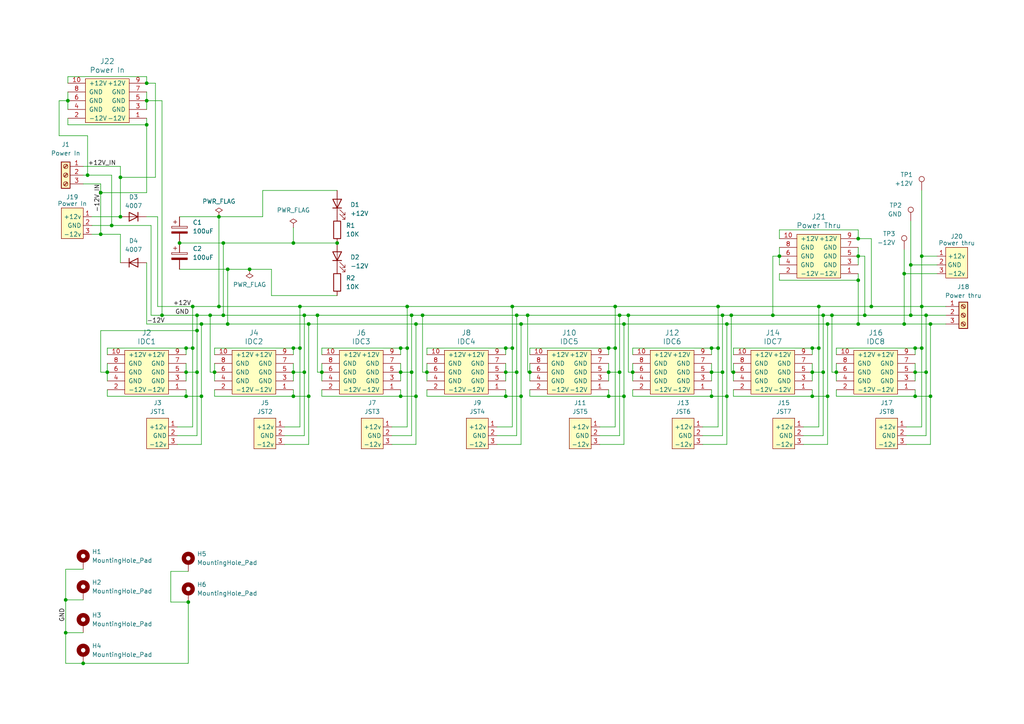
<source format=kicad_sch>
(kicad_sch (version 20230121) (generator eeschema)
  (paper "A4")
  (title_block (title "EuroBusboard8_IDC_JST") (date "2024-01-01") (rev "0.1") (company "DIYSynthMNL"))
  (lib_symbols
    (symbol "Connector:Screw_Terminal_01x03" (pin_names (offset 1.016) hide)
      (property "Reference" "J" (at 0 5.08 0))
      (property "Value" "Screw_Terminal_01x03" (at 0 -5.08 0))
      (symbol "Screw_Terminal_01x03_1_1"
        (pin passive line (at -5.08 2.54 0) (length 3.81) (name "Pin_1") (number "1"))
        (pin passive line (at -5.08 0 0) (length 3.81) (name "Pin_2") (number "2"))
        (pin passive line (at -5.08 -2.54 0) (length 3.81) (name "Pin_3") (number "3"))
      )
    )
    (symbol "Connector:TestPoint" (pin_numbers hide) (pin_names (offset 0.762) hide)
      (property "Reference" "TP" (at 0 6.858 0))
      (property "Value" "TestPoint" (at 0 5.08 0))
      (symbol "TestPoint_1_1"
        (pin passive line (at 0 0 90) (length 2.54) (name "1") (number "1"))
      )
    )
    (symbol "DIYSynthMNL:EURO_PWR_2x5" (pin_names (offset 1.016))
      (property "Reference" "J" (at 0 -7.62 0))
      (property "Value" "EURO_PWR_2x5" (at 0 7.62 0))
      (symbol "EURO_PWR_2x5_1_1"
        (pin power_in line (at 11.43 -5.08 180) (length 5.08) (name "-12V") (number "1"))
        (pin power_in line (at -11.43 5.08 0) (length 5.08) (name "+12V") (number "10"))
        (pin power_in line (at -11.43 -5.08 0) (length 5.08) (name "-12V") (number "2"))
        (pin power_in line (at 11.43 -2.54 180) (length 5.08) (name "GND") (number "3"))
        (pin power_in line (at -11.43 -2.54 0) (length 5.08) (name "GND") (number "4"))
        (pin power_in line (at 11.43 0 180) (length 5.08) (name "GND") (number "5"))
        (pin power_in line (at -11.43 0 0) (length 5.08) (name "GND") (number "6"))
        (pin power_in line (at 11.43 2.54 180) (length 5.08) (name "GND") (number "7"))
        (pin power_in line (at -11.43 2.54 0) (length 5.08) (name "GND") (number "8"))
        (pin power_in line (at 11.43 5.08 180) (length 5.08) (name "+12V") (number "9"))
      )
    )
    (symbol "DIYSynthMNL:JST_Eurorack_power_3P"
      (property "Reference" "J" (at -3.81 1.27 0))
      (property "Value" "EuroPower_JST_3P" (at -2.54 -10.16 0))
      (symbol "JST_Eurorack_power_3P_1_1"
        (pin power_in line (at 2.54 -2.54 180) (length 2.54) (name "+12v") (number "1"))
        (pin power_in line (at 2.54 -5.08 180) (length 2.54) (name "GND") (number "2"))
        (pin power_in line (at 2.54 -7.62 180) (length 2.54) (name "-12v") (number "3"))
      )
    )
    (symbol "Device:C_Polarized" (pin_numbers hide) (pin_names (offset 0.254))
      (property "Reference" "C" (at 0.635 2.54 0))
      (property "Value" "C_Polarized" (at 0.635 -2.54 0))
      (symbol "C_Polarized_1_1"
        (pin passive line (at 0 3.81 270) (length 2.794) (name "~") (number "1"))
        (pin passive line (at 0 -3.81 90) (length 2.794) (name "~") (number "2"))
      )
    )
    (symbol "Device:D" (pin_numbers hide) (pin_names (offset 1.016) hide)
      (property "Reference" "D" (at 0 2.54 0))
      (property "Value" "D" (at 0 -2.54 0))
      (symbol "D_1_1"
        (pin passive line (at -3.81 0 0) (length 2.54) (name "K") (number "1"))
        (pin passive line (at 3.81 0 180) (length 2.54) (name "A") (number "2"))
      )
    )
    (symbol "Device:LED" (pin_numbers hide) (pin_names (offset 1.016) hide)
      (property "Reference" "D" (at 0 2.54 0))
      (property "Value" "LED" (at 0 -2.54 0))
      (symbol "LED_1_1"
        (pin passive line (at -3.81 0 0) (length 2.54) (name "K") (number "1"))
        (pin passive line (at 3.81 0 180) (length 2.54) (name "A") (number "2"))
      )
    )
    (symbol "Device:R" (pin_numbers hide) (pin_names (offset 0))
      (property "Reference" "R" (at 2.032 0 90))
      (property "Value" "R" (at 0 0 90))
      (symbol "R_1_1"
        (pin passive line (at 0 3.81 270) (length 1.27) (name "~") (number "1"))
        (pin passive line (at 0 -3.81 90) (length 1.27) (name "~") (number "2"))
      )
    )
    (symbol "EURO_PWR_2x5_1" (pin_names (offset 1.016))
      (property "Reference" "J" (at 0 -7.62 0))
      (property "Value" "EURO_PWR_2x5" (at 0 7.62 0))
      (symbol "EURO_PWR_2x5_1_1_1"
        (pin power_in line (at 11.43 -5.08 180) (length 5.08) (name "-12V") (number "1"))
        (pin power_in line (at -11.43 5.08 0) (length 5.08) (name "+12V") (number "10"))
        (pin power_in line (at -11.43 -5.08 0) (length 5.08) (name "-12V") (number "2"))
        (pin power_in line (at 11.43 -2.54 180) (length 5.08) (name "GND") (number "3"))
        (pin power_in line (at -11.43 -2.54 0) (length 5.08) (name "GND") (number "4"))
        (pin power_in line (at 11.43 0 180) (length 5.08) (name "GND") (number "5"))
        (pin power_in line (at -11.43 0 0) (length 5.08) (name "GND") (number "6"))
        (pin power_in line (at 11.43 2.54 180) (length 5.08) (name "GND") (number "7"))
        (pin power_in line (at -11.43 2.54 0) (length 5.08) (name "GND") (number "8"))
        (pin power_in line (at 11.43 5.08 180) (length 5.08) (name "+12V") (number "9"))
      )
    )
    (symbol "EURO_PWR_2x5_2" (pin_names (offset 1.016))
      (property "Reference" "J" (at 0 -7.62 0))
      (property "Value" "EURO_PWR_2x5" (at 0 7.62 0))
      (symbol "EURO_PWR_2x5_2_1_1"
        (pin power_in line (at 11.43 -5.08 180) (length 5.08) (name "-12V") (number "1"))
        (pin power_in line (at -11.43 5.08 0) (length 5.08) (name "+12V") (number "10"))
        (pin power_in line (at -11.43 -5.08 0) (length 5.08) (name "-12V") (number "2"))
        (pin power_in line (at 11.43 -2.54 180) (length 5.08) (name "GND") (number "3"))
        (pin power_in line (at -11.43 -2.54 0) (length 5.08) (name "GND") (number "4"))
        (pin power_in line (at 11.43 0 180) (length 5.08) (name "GND") (number "5"))
        (pin power_in line (at -11.43 0 0) (length 5.08) (name "GND") (number "6"))
        (pin power_in line (at 11.43 2.54 180) (length 5.08) (name "GND") (number "7"))
        (pin power_in line (at -11.43 2.54 0) (length 5.08) (name "GND") (number "8"))
        (pin power_in line (at 11.43 5.08 180) (length 5.08) (name "+12V") (number "9"))
      )
    )
    (symbol "EURO_PWR_2x5_3" (pin_names (offset 1.016))
      (property "Reference" "J" (at 0 -7.62 0))
      (property "Value" "EURO_PWR_2x5" (at 0 7.62 0))
      (symbol "EURO_PWR_2x5_3_1_1"
        (pin power_in line (at 11.43 -5.08 180) (length 5.08) (name "-12V") (number "1"))
        (pin power_in line (at -11.43 5.08 0) (length 5.08) (name "+12V") (number "10"))
        (pin power_in line (at -11.43 -5.08 0) (length 5.08) (name "-12V") (number "2"))
        (pin power_in line (at 11.43 -2.54 180) (length 5.08) (name "GND") (number "3"))
        (pin power_in line (at -11.43 -2.54 0) (length 5.08) (name "GND") (number "4"))
        (pin power_in line (at 11.43 0 180) (length 5.08) (name "GND") (number "5"))
        (pin power_in line (at -11.43 0 0) (length 5.08) (name "GND") (number "6"))
        (pin power_in line (at 11.43 2.54 180) (length 5.08) (name "GND") (number "7"))
        (pin power_in line (at -11.43 2.54 0) (length 5.08) (name "GND") (number "8"))
        (pin power_in line (at 11.43 5.08 180) (length 5.08) (name "+12V") (number "9"))
      )
    )
    (symbol "EURO_PWR_2x5_4" (pin_names (offset 1.016))
      (property "Reference" "J" (at 0 -7.62 0))
      (property "Value" "EURO_PWR_2x5" (at 0 7.62 0))
      (symbol "EURO_PWR_2x5_4_1_1"
        (pin power_in line (at 11.43 -5.08 180) (length 5.08) (name "-12V") (number "1"))
        (pin power_in line (at -11.43 5.08 0) (length 5.08) (name "+12V") (number "10"))
        (pin power_in line (at -11.43 -5.08 0) (length 5.08) (name "-12V") (number "2"))
        (pin power_in line (at 11.43 -2.54 180) (length 5.08) (name "GND") (number "3"))
        (pin power_in line (at -11.43 -2.54 0) (length 5.08) (name "GND") (number "4"))
        (pin power_in line (at 11.43 0 180) (length 5.08) (name "GND") (number "5"))
        (pin power_in line (at -11.43 0 0) (length 5.08) (name "GND") (number "6"))
        (pin power_in line (at 11.43 2.54 180) (length 5.08) (name "GND") (number "7"))
        (pin power_in line (at -11.43 2.54 0) (length 5.08) (name "GND") (number "8"))
        (pin power_in line (at 11.43 5.08 180) (length 5.08) (name "+12V") (number "9"))
      )
    )
    (symbol "EURO_PWR_2x5_5" (pin_names (offset 1.016))
      (property "Reference" "J" (at 0 -7.62 0))
      (property "Value" "EURO_PWR_2x5" (at 0 7.62 0))
      (symbol "EURO_PWR_2x5_5_1_1"
        (pin power_in line (at 11.43 -5.08 180) (length 5.08) (name "-12V") (number "1"))
        (pin power_in line (at -11.43 5.08 0) (length 5.08) (name "+12V") (number "10"))
        (pin power_in line (at -11.43 -5.08 0) (length 5.08) (name "-12V") (number "2"))
        (pin power_in line (at 11.43 -2.54 180) (length 5.08) (name "GND") (number "3"))
        (pin power_in line (at -11.43 -2.54 0) (length 5.08) (name "GND") (number "4"))
        (pin power_in line (at 11.43 0 180) (length 5.08) (name "GND") (number "5"))
        (pin power_in line (at -11.43 0 0) (length 5.08) (name "GND") (number "6"))
        (pin power_in line (at 11.43 2.54 180) (length 5.08) (name "GND") (number "7"))
        (pin power_in line (at -11.43 2.54 0) (length 5.08) (name "GND") (number "8"))
        (pin power_in line (at 11.43 5.08 180) (length 5.08) (name "+12V") (number "9"))
      )
    )
    (symbol "EURO_PWR_2x5_6" (pin_names (offset 1.016))
      (property "Reference" "J" (at 0 -7.62 0))
      (property "Value" "EURO_PWR_2x5" (at 0 7.62 0))
      (symbol "EURO_PWR_2x5_6_1_1"
        (pin power_in line (at 11.43 -5.08 180) (length 5.08) (name "-12V") (number "1"))
        (pin power_in line (at -11.43 5.08 0) (length 5.08) (name "+12V") (number "10"))
        (pin power_in line (at -11.43 -5.08 0) (length 5.08) (name "-12V") (number "2"))
        (pin power_in line (at 11.43 -2.54 180) (length 5.08) (name "GND") (number "3"))
        (pin power_in line (at -11.43 -2.54 0) (length 5.08) (name "GND") (number "4"))
        (pin power_in line (at 11.43 0 180) (length 5.08) (name "GND") (number "5"))
        (pin power_in line (at -11.43 0 0) (length 5.08) (name "GND") (number "6"))
        (pin power_in line (at 11.43 2.54 180) (length 5.08) (name "GND") (number "7"))
        (pin power_in line (at -11.43 2.54 0) (length 5.08) (name "GND") (number "8"))
        (pin power_in line (at 11.43 5.08 180) (length 5.08) (name "+12V") (number "9"))
      )
    )
    (symbol "EURO_PWR_2x5_7" (pin_names (offset 1.016))
      (property "Reference" "J" (at 0 -7.62 0))
      (property "Value" "EURO_PWR_2x5" (at 0 7.62 0))
      (symbol "EURO_PWR_2x5_7_1_1"
        (pin power_in line (at 11.43 -5.08 180) (length 5.08) (name "-12V") (number "1"))
        (pin power_in line (at -11.43 5.08 0) (length 5.08) (name "+12V") (number "10"))
        (pin power_in line (at -11.43 -5.08 0) (length 5.08) (name "-12V") (number "2"))
        (pin power_in line (at 11.43 -2.54 180) (length 5.08) (name "GND") (number "3"))
        (pin power_in line (at -11.43 -2.54 0) (length 5.08) (name "GND") (number "4"))
        (pin power_in line (at 11.43 0 180) (length 5.08) (name "GND") (number "5"))
        (pin power_in line (at -11.43 0 0) (length 5.08) (name "GND") (number "6"))
        (pin power_in line (at 11.43 2.54 180) (length 5.08) (name "GND") (number "7"))
        (pin power_in line (at -11.43 2.54 0) (length 5.08) (name "GND") (number "8"))
        (pin power_in line (at 11.43 5.08 180) (length 5.08) (name "+12V") (number "9"))
      )
    )
    (symbol "EURO_PWR_2x5_8" (pin_names (offset 1.016))
      (property "Reference" "J" (at 0 -7.62 0))
      (property "Value" "EURO_PWR_2x5" (at 0 7.62 0))
      (symbol "EURO_PWR_2x5_8_1_1"
        (pin power_in line (at 11.43 -5.08 180) (length 5.08) (name "-12V") (number "1"))
        (pin power_in line (at -11.43 5.08 0) (length 5.08) (name "+12V") (number "10"))
        (pin power_in line (at -11.43 -5.08 0) (length 5.08) (name "-12V") (number "2"))
        (pin power_in line (at 11.43 -2.54 180) (length 5.08) (name "GND") (number "3"))
        (pin power_in line (at -11.43 -2.54 0) (length 5.08) (name "GND") (number "4"))
        (pin power_in line (at 11.43 0 180) (length 5.08) (name "GND") (number "5"))
        (pin power_in line (at -11.43 0 0) (length 5.08) (name "GND") (number "6"))
        (pin power_in line (at 11.43 2.54 180) (length 5.08) (name "GND") (number "7"))
        (pin power_in line (at -11.43 2.54 0) (length 5.08) (name "GND") (number "8"))
        (pin power_in line (at 11.43 5.08 180) (length 5.08) (name "+12V") (number "9"))
      )
    )
    (symbol "EURO_PWR_2x5_9" (pin_names (offset 1.016))
      (property "Reference" "J" (at 0 -7.62 0))
      (property "Value" "EURO_PWR_2x5" (at 0 7.62 0))
      (symbol "EURO_PWR_2x5_9_1_1"
        (pin power_in line (at 11.43 -5.08 180) (length 5.08) (name "-12V") (number "1"))
        (pin power_in line (at -11.43 5.08 0) (length 5.08) (name "+12V") (number "10"))
        (pin power_in line (at -11.43 -5.08 0) (length 5.08) (name "-12V") (number "2"))
        (pin power_in line (at 11.43 -2.54 180) (length 5.08) (name "GND") (number "3"))
        (pin power_in line (at -11.43 -2.54 0) (length 5.08) (name "GND") (number "4"))
        (pin power_in line (at 11.43 0 180) (length 5.08) (name "GND") (number "5"))
        (pin power_in line (at -11.43 0 0) (length 5.08) (name "GND") (number "6"))
        (pin power_in line (at 11.43 2.54 180) (length 5.08) (name "GND") (number "7"))
        (pin power_in line (at -11.43 2.54 0) (length 5.08) (name "GND") (number "8"))
        (pin power_in line (at 11.43 5.08 180) (length 5.08) (name "+12V") (number "9"))
      )
    )
    (symbol "JST_Eurorack_power_3P_1"
      (property "Reference" "J" (at -3.81 1.27 0))
      (property "Value" "EuroPower_JST_3P" (at -2.54 -10.16 0))
      (symbol "JST_Eurorack_power_3P_1_1_1"
        (pin power_in line (at 2.54 -2.54 180) (length 2.54) (name "+12v") (number "1"))
        (pin power_in line (at 2.54 -5.08 180) (length 2.54) (name "GND") (number "2"))
        (pin power_in line (at 2.54 -7.62 180) (length 2.54) (name "-12v") (number "3"))
      )
    )
    (symbol "JST_Eurorack_power_3P_2"
      (property "Reference" "J" (at -3.81 1.27 0))
      (property "Value" "EuroPower_JST_3P" (at -2.54 -10.16 0))
      (symbol "JST_Eurorack_power_3P_2_1_1"
        (pin power_in line (at 2.54 -2.54 180) (length 2.54) (name "+12v") (number "1"))
        (pin power_in line (at 2.54 -5.08 180) (length 2.54) (name "GND") (number "2"))
        (pin power_in line (at 2.54 -7.62 180) (length 2.54) (name "-12v") (number "3"))
      )
    )
    (symbol "JST_Eurorack_power_3P_3"
      (property "Reference" "J" (at -3.81 1.27 0))
      (property "Value" "EuroPower_JST_3P" (at -2.54 -10.16 0))
      (symbol "JST_Eurorack_power_3P_3_1_1"
        (pin power_in line (at 2.54 -2.54 180) (length 2.54) (name "+12v") (number "1"))
        (pin power_in line (at 2.54 -5.08 180) (length 2.54) (name "GND") (number "2"))
        (pin power_in line (at 2.54 -7.62 180) (length 2.54) (name "-12v") (number "3"))
      )
    )
    (symbol "JST_Eurorack_power_3P_4"
      (property "Reference" "J" (at -3.81 1.27 0))
      (property "Value" "EuroPower_JST_3P" (at -2.54 -10.16 0))
      (symbol "JST_Eurorack_power_3P_4_1_1"
        (pin power_in line (at 2.54 -2.54 180) (length 2.54) (name "+12v") (number "1"))
        (pin power_in line (at 2.54 -5.08 180) (length 2.54) (name "GND") (number "2"))
        (pin power_in line (at 2.54 -7.62 180) (length 2.54) (name "-12v") (number "3"))
      )
    )
    (symbol "JST_Eurorack_power_3P_5"
      (property "Reference" "J" (at -3.81 1.27 0))
      (property "Value" "EuroPower_JST_3P" (at -2.54 -10.16 0))
      (symbol "JST_Eurorack_power_3P_5_1_1"
        (pin power_in line (at 2.54 -2.54 180) (length 2.54) (name "+12v") (number "1"))
        (pin power_in line (at 2.54 -5.08 180) (length 2.54) (name "GND") (number "2"))
        (pin power_in line (at 2.54 -7.62 180) (length 2.54) (name "-12v") (number "3"))
      )
    )
    (symbol "JST_Eurorack_power_3P_6"
      (property "Reference" "J" (at -3.81 1.27 0))
      (property "Value" "EuroPower_JST_3P" (at -2.54 -10.16 0))
      (symbol "JST_Eurorack_power_3P_6_1_1"
        (pin power_in line (at 2.54 -2.54 180) (length 2.54) (name "+12v") (number "1"))
        (pin power_in line (at 2.54 -5.08 180) (length 2.54) (name "GND") (number "2"))
        (pin power_in line (at 2.54 -7.62 180) (length 2.54) (name "-12v") (number "3"))
      )
    )
    (symbol "JST_Eurorack_power_3P_7"
      (property "Reference" "J" (at -3.81 1.27 0))
      (property "Value" "EuroPower_JST_3P" (at -2.54 -10.16 0))
      (symbol "JST_Eurorack_power_3P_7_1_1"
        (pin power_in line (at 2.54 -2.54 180) (length 2.54) (name "+12v") (number "1"))
        (pin power_in line (at 2.54 -5.08 180) (length 2.54) (name "GND") (number "2"))
        (pin power_in line (at 2.54 -7.62 180) (length 2.54) (name "-12v") (number "3"))
      )
    )
    (symbol "JST_Eurorack_power_3P_8"
      (property "Reference" "J" (at -3.81 1.27 0))
      (property "Value" "EuroPower_JST_3P" (at -2.54 -10.16 0))
      (symbol "JST_Eurorack_power_3P_8_1_1"
        (pin power_in line (at 2.54 -2.54 180) (length 2.54) (name "+12v") (number "1"))
        (pin power_in line (at 2.54 -5.08 180) (length 2.54) (name "GND") (number "2"))
        (pin power_in line (at 2.54 -7.62 180) (length 2.54) (name "-12v") (number "3"))
      )
    )
    (symbol "JST_Eurorack_power_3P_9"
      (property "Reference" "J" (at -3.81 1.27 0))
      (property "Value" "EuroPower_JST_3P" (at -2.54 -10.16 0))
      (symbol "JST_Eurorack_power_3P_9_1_1"
        (pin power_in line (at 2.54 -2.54 180) (length 2.54) (name "+12v") (number "1"))
        (pin power_in line (at 2.54 -5.08 180) (length 2.54) (name "GND") (number "2"))
        (pin power_in line (at 2.54 -7.62 180) (length 2.54) (name "-12v") (number "3"))
      )
    )
    (symbol "Mechanical:MountingHole_Pad" (pin_numbers hide) (pin_names (offset 1.016) hide)
      (property "Reference" "H" (at 0 6.35 0))
      (property "Value" "MountingHole_Pad" (at 0 4.445 0))
      (symbol "MountingHole_Pad_1_1"
        (pin input line (at 0 -2.54 90) (length 2.54) (name "1") (number "1"))
      )
    )
    (symbol "power:PWR_FLAG" (power) (pin_numbers hide) (pin_names (offset 0) hide)
      (property "Value" "PWR_FLAG" (at 0 3.81 0))
      (symbol "PWR_FLAG_0_0"
        (pin power_out line (at 0 0 90) (length 0) (name "pwr") (number "1"))
      )
    )
  )
  (junction (at 55.88 100.965))
  (junction (at 53.975 114.935))
  (junction (at 151.13 93.98))
  (junction (at 46.99 91.44))
  (junction (at 31.115 107.95))
  (junction (at 62.23 107.95))
  (junction (at 206.375 100.965))
  (junction (at 265.43 107.95))
  (junction (at 262.255 79.375))
  (junction (at 86.995 88.9))
  (junction (at 212.09 91.44))
  (junction (at 92.075 91.44))
  (junction (at 66.04 78.105))
  (junction (at 116.205 100.965))
  (junction (at 183.515 107.95))
  (junction (at 248.92 93.98))
  (junction (at 55.88 88.9))
  (junction (at 210.82 93.98))
  (junction (at 29.21 55.88))
  (junction (at 208.28 100.965))
  (junction (at 19.685 29.21))
  (junction (at 178.435 88.9))
  (junction (at 267.335 100.965))
  (junction (at 176.53 114.935))
  (junction (at 209.55 107.95))
  (junction (at 210.82 114.935))
  (junction (at 226.06 74.295))
  (junction (at 252.73 88.9))
  (junction (at 250.825 91.44))
  (junction (at 146.685 100.965))
  (junction (at 93.345 107.95))
  (junction (at 262.255 93.98))
  (junction (at 151.13 114.935))
  (junction (at 235.585 100.965))
  (junction (at 42.545 36.195))
  (junction (at 24.13 192.405))
  (junction (at 116.205 107.95))
  (junction (at 149.86 91.44))
  (junction (at 19.05 183.515))
  (junction (at 85.09 107.95))
  (junction (at 265.43 114.935))
  (junction (at 119.38 107.95))
  (junction (at 66.04 93.98))
  (junction (at 42.545 29.21))
  (junction (at 235.585 107.95))
  (junction (at 268.605 91.44))
  (junction (at 58.42 114.935))
  (junction (at 57.15 91.44))
  (junction (at 238.76 107.95))
  (junction (at 212.725 107.95))
  (junction (at 269.875 93.98))
  (junction (at 178.435 100.965))
  (junction (at 88.265 107.95))
  (junction (at 240.03 93.98))
  (junction (at 53.975 107.95))
  (junction (at 182.245 91.44))
  (junction (at 264.16 76.835))
  (junction (at 64.77 91.44))
  (junction (at 149.86 107.95))
  (junction (at 60.96 91.44))
  (junction (at 119.38 91.44))
  (junction (at 267.335 74.295))
  (junction (at 19.05 173.99))
  (junction (at 57.15 107.95))
  (junction (at 89.535 93.98))
  (junction (at 237.49 100.965))
  (junction (at 63.5 62.865))
  (junction (at 120.65 93.98))
  (junction (at 118.11 88.9))
  (junction (at 34.925 51.435))
  (junction (at 57.15 95.885))
  (junction (at 122.555 91.44))
  (junction (at 248.92 74.295))
  (junction (at 179.705 91.44))
  (junction (at 180.975 93.98))
  (junction (at 116.205 114.935))
  (junction (at 88.265 91.44))
  (junction (at 58.42 93.98))
  (junction (at 120.65 114.935))
  (junction (at 97.79 70.485))
  (junction (at 25.4 50.8))
  (junction (at 85.09 114.935))
  (junction (at 85.09 70.485))
  (junction (at 209.55 91.44))
  (junction (at 265.43 100.965))
  (junction (at 54.61 174.625))
  (junction (at 153.035 91.44))
  (junction (at 64.77 70.485))
  (junction (at 148.59 100.965))
  (junction (at 268.605 107.95))
  (junction (at 237.49 88.9))
  (junction (at 224.155 91.44))
  (junction (at 206.375 107.95))
  (junction (at 53.975 100.965))
  (junction (at 180.975 114.935))
  (junction (at 146.685 107.95))
  (junction (at 148.59 88.9))
  (junction (at 146.685 114.935))
  (junction (at 89.535 114.935))
  (junction (at 42.545 24.13))
  (junction (at 29.21 67.945))
  (junction (at 123.825 107.95))
  (junction (at 176.53 107.95))
  (junction (at 86.995 100.965))
  (junction (at 241.3 91.44))
  (junction (at 248.92 69.215))
  (junction (at 72.39 78.105))
  (junction (at 267.335 88.9))
  (junction (at 269.875 114.935))
  (junction (at 118.11 100.965))
  (junction (at 206.375 114.935))
  (junction (at 179.705 107.95))
  (junction (at 242.57 107.95))
  (junction (at 208.28 88.9))
  (junction (at 235.585 114.935))
  (junction (at 248.92 81.28))
  (junction (at 85.09 100.965))
  (junction (at 238.76 91.44))
  (junction (at 52.07 70.485))
  (junction (at 264.16 91.44))
  (junction (at 34.925 62.865))
  (junction (at 153.67 107.95))
  (junction (at 240.03 114.935))
  (junction (at 176.53 100.965))
  (junction (at 32.385 65.405))
  (junction (at 63.5 88.9))
  (wire (pts (xy 183.515 114.935) (xy 206.375 114.935)))
  (wire (pts (xy 25.4 39.37) (xy 25.4 50.8)))
  (wire (pts (xy 29.21 53.34) (xy 29.21 55.88)))
  (wire (pts (xy 262.255 79.375) (xy 262.255 93.98)))
  (wire (pts (xy 269.875 93.98) (xy 269.875 114.935)))
  (wire (pts (xy 252.73 88.9) (xy 267.335 88.9)))
  (wire (pts (xy 93.345 102.87) (xy 93.345 100.965)))
  (wire (pts (xy 264.16 76.835) (xy 264.16 91.44)))
  (wire (pts (xy 26.67 67.945) (xy 29.21 67.945)))
  (wire (pts (xy 19.05 192.405) (xy 24.13 192.405)))
  (wire (pts (xy 209.55 91.44) (xy 212.09 91.44)))
  (wire (pts (xy 269.875 128.905) (xy 269.875 114.935)))
  (wire (pts (xy 209.55 91.44) (xy 209.55 107.95)))
  (wire (pts (xy 57.15 95.885) (xy 57.15 107.95)))
  (wire (pts (xy 19.685 24.13) (xy 19.685 22.225)))
  (wire (pts (xy 248.92 93.98) (xy 262.255 93.98)))
  (wire (pts (xy 85.09 114.935) (xy 85.09 113.03)))
  (wire (pts (xy 57.15 91.44) (xy 57.15 95.885)))
  (wire (pts (xy 176.53 107.95) (xy 176.53 110.49)))
  (wire (pts (xy 24.13 53.34) (xy 29.21 53.34)))
  (wire (pts (xy 116.205 100.965) (xy 116.205 102.87)))
  (wire (pts (xy 88.265 107.95) (xy 85.09 107.95)))
  (wire (pts (xy 34.925 51.435) (xy 34.925 62.865)))
  (wire (pts (xy 85.09 70.485) (xy 64.77 70.485)))
  (wire (pts (xy 29.21 55.88) (xy 29.21 67.945)))
  (wire (pts (xy 235.585 107.95) (xy 235.585 110.49)))
  (wire (pts (xy 146.685 114.935) (xy 146.685 113.03)))
  (wire (pts (xy 144.145 128.905) (xy 151.13 128.905)))
  (wire (pts (xy 178.435 123.825) (xy 178.435 100.965)))
  (wire (pts (xy 226.06 74.295) (xy 224.155 74.295)))
  (wire (pts (xy 86.995 100.965) (xy 85.09 100.965)))
  (wire (pts (xy 182.245 107.95) (xy 182.245 91.44)))
  (wire (pts (xy 34.925 48.26) (xy 34.925 51.435)))
  (wire (pts (xy 210.82 128.905) (xy 210.82 114.935)))
  (wire (pts (xy 118.11 100.965) (xy 116.205 100.965)))
  (wire (pts (xy 88.265 91.44) (xy 92.075 91.44)))
  (wire (pts (xy 60.96 107.95) (xy 60.96 91.44)))
  (wire (pts (xy 118.11 123.825) (xy 118.11 100.965)))
  (wire (pts (xy 148.59 100.965) (xy 146.685 100.965)))
  (wire (pts (xy 63.5 88.9) (xy 86.995 88.9)))
  (wire (pts (xy 118.11 88.9) (xy 148.59 88.9)))
  (wire (pts (xy 248.92 74.295) (xy 250.825 74.295)))
  (wire (pts (xy 237.49 123.825) (xy 237.49 100.965)))
  (wire (pts (xy 269.875 93.98) (xy 274.32 93.98)))
  (wire (pts (xy 88.265 91.44) (xy 88.265 107.95)))
  (wire (pts (xy 153.67 113.03) (xy 153.67 114.935)))
  (wire (pts (xy 120.65 128.905) (xy 120.65 114.935)))
  (wire (pts (xy 89.535 128.905) (xy 89.535 114.935)))
  (wire (pts (xy 62.23 105.41) (xy 62.23 107.95)))
  (wire (pts (xy 76.2 62.865) (xy 76.2 55.245)))
  (wire (pts (xy 153.67 114.935) (xy 176.53 114.935)))
  (wire (pts (xy 29.21 95.885) (xy 57.15 95.885)))
  (wire (pts (xy 267.335 74.295) (xy 267.335 88.9)))
  (wire (pts (xy 85.09 66.04) (xy 85.09 70.485)))
  (wire (pts (xy 265.43 107.95) (xy 265.43 110.49)))
  (wire (pts (xy 212.725 105.41) (xy 212.725 107.95)))
  (wire (pts (xy 264.16 64.135) (xy 264.16 76.835)))
  (wire (pts (xy 268.605 107.95) (xy 265.43 107.95)))
  (wire (pts (xy 55.88 88.9) (xy 63.5 88.9)))
  (wire (pts (xy 24.13 48.26) (xy 34.925 48.26)))
  (wire (pts (xy 60.96 91.44) (xy 64.77 91.44)))
  (wire (pts (xy 241.3 91.44) (xy 250.825 91.44)))
  (wire (pts (xy 268.605 91.44) (xy 274.32 91.44)))
  (wire (pts (xy 19.685 22.225) (xy 42.545 22.225)))
  (wire (pts (xy 208.28 123.825) (xy 208.28 100.965)))
  (wire (pts (xy 58.42 93.98) (xy 66.04 93.98)))
  (wire (pts (xy 42.545 26.67) (xy 42.545 29.21)))
  (wire (pts (xy 31.115 113.03) (xy 31.115 114.935)))
  (wire (pts (xy 62.23 113.03) (xy 62.23 114.935)))
  (wire (pts (xy 45.72 88.9) (xy 55.88 88.9)))
  (wire (pts (xy 153.035 107.95) (xy 153.035 91.44)))
  (wire (pts (xy 262.255 93.98) (xy 269.875 93.98)))
  (wire (pts (xy 235.585 114.935) (xy 235.585 113.03)))
  (wire (pts (xy 149.86 91.44) (xy 149.86 107.95)))
  (wire (pts (xy 224.155 74.295) (xy 224.155 91.44)))
  (wire (pts (xy 54.61 165.735) (xy 49.53 165.735)))
  (wire (pts (xy 240.03 128.905) (xy 240.03 114.935)))
  (wire (pts (xy 237.49 100.965) (xy 235.585 100.965)))
  (wire (pts (xy 86.995 88.9) (xy 118.11 88.9)))
  (wire (pts (xy 238.76 91.44) (xy 241.3 91.44)))
  (wire (pts (xy 242.57 107.95) (xy 241.3 107.95)))
  (wire (pts (xy 42.545 36.195) (xy 42.545 55.88)))
  (wire (pts (xy 206.375 107.95) (xy 206.375 110.49)))
  (wire (pts (xy 82.55 126.365) (xy 88.265 126.365)))
  (wire (pts (xy 153.67 100.965) (xy 176.53 100.965)))
  (wire (pts (xy 212.725 107.95) (xy 212.09 107.95)))
  (wire (pts (xy 237.49 88.9) (xy 252.73 88.9)))
  (wire (pts (xy 19.05 165.1) (xy 19.05 173.99)))
  (wire (pts (xy 19.05 173.99) (xy 19.05 183.515)))
  (wire (pts (xy 151.13 93.98) (xy 151.13 114.935)))
  (wire (pts (xy 248.92 71.755) (xy 248.92 74.295)))
  (wire (pts (xy 123.825 102.87) (xy 123.825 100.965)))
  (wire (pts (xy 265.43 114.935) (xy 265.43 113.03)))
  (wire (pts (xy 226.06 66.675) (xy 248.92 66.675)))
  (wire (pts (xy 212.725 113.03) (xy 212.725 114.935)))
  (wire (pts (xy 49.53 165.735) (xy 49.53 174.625)))
  (wire (pts (xy 203.835 128.905) (xy 210.82 128.905)))
  (wire (pts (xy 51.435 123.825) (xy 55.88 123.825)))
  (wire (pts (xy 242.57 102.87) (xy 242.57 100.965)))
  (wire (pts (xy 62.23 107.95) (xy 60.96 107.95)))
  (wire (pts (xy 85.09 105.41) (xy 85.09 107.95)))
  (wire (pts (xy 123.825 113.03) (xy 123.825 114.935)))
  (wire (pts (xy 46.99 29.21) (xy 46.99 91.44)))
  (wire (pts (xy 42.545 62.865) (xy 45.72 62.865)))
  (wire (pts (xy 19.685 36.195) (xy 19.685 34.29)))
  (wire (pts (xy 31.115 100.965) (xy 53.975 100.965)))
  (wire (pts (xy 237.49 88.9) (xy 237.49 100.965)))
  (wire (pts (xy 32.385 50.8) (xy 32.385 65.405)))
  (wire (pts (xy 43.815 91.44) (xy 46.99 91.44)))
  (wire (pts (xy 116.205 105.41) (xy 116.205 107.95)))
  (wire (pts (xy 53.975 105.41) (xy 53.975 107.95)))
  (wire (pts (xy 85.09 100.965) (xy 85.09 102.87)))
  (wire (pts (xy 148.59 123.825) (xy 148.59 100.965)))
  (wire (pts (xy 113.665 126.365) (xy 119.38 126.365)))
  (wire (pts (xy 54.61 174.625) (xy 54.61 192.405)))
  (wire (pts (xy 63.5 62.865) (xy 76.2 62.865)))
  (wire (pts (xy 31.115 107.95) (xy 29.21 107.95)))
  (wire (pts (xy 183.515 105.41) (xy 183.515 107.95)))
  (wire (pts (xy 173.99 128.905) (xy 180.975 128.905)))
  (wire (pts (xy 58.42 93.98) (xy 58.42 114.935)))
  (wire (pts (xy 19.685 29.21) (xy 19.685 31.75)))
  (wire (pts (xy 178.435 88.9) (xy 208.28 88.9)))
  (wire (pts (xy 82.55 128.905) (xy 89.535 128.905)))
  (wire (pts (xy 54.61 192.405) (xy 24.13 192.405)))
  (wire (pts (xy 226.06 81.28) (xy 248.92 81.28)))
  (wire (pts (xy 45.72 62.865) (xy 45.72 88.9)))
  (wire (pts (xy 42.545 93.98) (xy 58.42 93.98)))
  (wire (pts (xy 116.205 114.935) (xy 116.205 113.03)))
  (wire (pts (xy 19.05 183.515) (xy 19.05 192.405)))
  (wire (pts (xy 72.39 78.105) (xy 66.04 78.105)))
  (wire (pts (xy 85.09 70.485) (xy 97.79 70.485)))
  (wire (pts (xy 180.975 93.98) (xy 180.975 114.935)))
  (wire (pts (xy 233.045 126.365) (xy 238.76 126.365)))
  (wire (pts (xy 212.725 107.95) (xy 212.725 110.49)))
  (wire (pts (xy 49.53 174.625) (xy 54.61 174.625)))
  (wire (pts (xy 19.685 36.195) (xy 42.545 36.195)))
  (wire (pts (xy 176.53 114.935) (xy 176.53 113.03)))
  (wire (pts (xy 176.53 100.965) (xy 176.53 102.87)))
  (wire (pts (xy 242.57 105.41) (xy 242.57 107.95)))
  (wire (pts (xy 88.265 126.365) (xy 88.265 107.95)))
  (wire (pts (xy 183.515 107.95) (xy 183.515 110.49)))
  (wire (pts (xy 46.99 91.44) (xy 57.15 91.44)))
  (wire (pts (xy 51.435 128.905) (xy 58.42 128.905)))
  (wire (pts (xy 19.05 183.515) (xy 24.13 183.515)))
  (wire (pts (xy 93.345 100.965) (xy 116.205 100.965)))
  (wire (pts (xy 149.86 91.44) (xy 153.035 91.44)))
  (wire (pts (xy 203.835 126.365) (xy 209.55 126.365)))
  (wire (pts (xy 52.07 62.865) (xy 63.5 62.865)))
  (wire (pts (xy 123.825 107.95) (xy 122.555 107.95)))
  (wire (pts (xy 52.07 70.485) (xy 64.77 70.485)))
  (wire (pts (xy 271.78 76.835) (xy 264.16 76.835)))
  (wire (pts (xy 148.59 88.9) (xy 148.59 100.965)))
  (wire (pts (xy 29.21 67.945) (xy 34.925 67.945)))
  (wire (pts (xy 183.515 100.965) (xy 206.375 100.965)))
  (wire (pts (xy 208.28 88.9) (xy 237.49 88.9)))
  (wire (pts (xy 180.975 128.905) (xy 180.975 114.935)))
  (wire (pts (xy 120.65 93.98) (xy 120.65 114.935)))
  (wire (pts (xy 210.82 114.935) (xy 206.375 114.935)))
  (wire (pts (xy 57.15 91.44) (xy 60.96 91.44)))
  (wire (pts (xy 119.38 126.365) (xy 119.38 107.95)))
  (wire (pts (xy 64.77 91.44) (xy 88.265 91.44)))
  (wire (pts (xy 265.43 100.965) (xy 265.43 102.87)))
  (wire (pts (xy 179.705 91.44) (xy 182.245 91.44)))
  (wire (pts (xy 31.115 105.41) (xy 31.115 107.95)))
  (wire (pts (xy 93.345 105.41) (xy 93.345 107.95)))
  (wire (pts (xy 267.335 88.9) (xy 267.335 100.965)))
  (wire (pts (xy 153.67 102.87) (xy 153.67 100.965)))
  (wire (pts (xy 119.38 107.95) (xy 116.205 107.95)))
  (wire (pts (xy 82.55 123.825) (xy 86.995 123.825)))
  (wire (pts (xy 24.13 165.1) (xy 19.05 165.1)))
  (wire (pts (xy 242.57 100.965) (xy 265.43 100.965)))
  (wire (pts (xy 72.39 78.105) (xy 78.74 78.105)))
  (wire (pts (xy 212.09 91.44) (xy 224.155 91.44)))
  (wire (pts (xy 93.345 114.935) (xy 116.205 114.935)))
  (wire (pts (xy 55.88 88.9) (xy 55.88 100.965)))
  (wire (pts (xy 113.665 128.905) (xy 120.65 128.905)))
  (wire (pts (xy 31.115 107.95) (xy 31.115 110.49)))
  (wire (pts (xy 78.74 78.105) (xy 78.74 85.725)))
  (wire (pts (xy 262.89 123.825) (xy 267.335 123.825)))
  (wire (pts (xy 235.585 100.965) (xy 235.585 102.87)))
  (wire (pts (xy 148.59 88.9) (xy 178.435 88.9)))
  (wire (pts (xy 271.78 79.375) (xy 262.255 79.375)))
  (wire (pts (xy 206.375 100.965) (xy 206.375 102.87)))
  (wire (pts (xy 203.835 123.825) (xy 208.28 123.825)))
  (wire (pts (xy 178.435 88.9) (xy 178.435 100.965)))
  (wire (pts (xy 53.975 114.935) (xy 53.975 113.03)))
  (wire (pts (xy 250.825 74.295) (xy 250.825 91.44)))
  (wire (pts (xy 120.65 93.98) (xy 151.13 93.98)))
  (wire (pts (xy 183.515 113.03) (xy 183.515 114.935)))
  (wire (pts (xy 76.2 55.245) (xy 97.79 55.245)))
  (wire (pts (xy 262.89 126.365) (xy 268.605 126.365)))
  (wire (pts (xy 45.085 51.435) (xy 34.925 51.435)))
  (wire (pts (xy 153.67 105.41) (xy 153.67 107.95)))
  (wire (pts (xy 183.515 107.95) (xy 182.245 107.95)))
  (wire (pts (xy 25.4 50.8) (xy 32.385 50.8)))
  (wire (pts (xy 93.345 113.03) (xy 93.345 114.935)))
  (wire (pts (xy 19.05 173.99) (xy 24.13 173.99)))
  (wire (pts (xy 58.42 114.935) (xy 53.975 114.935)))
  (wire (pts (xy 252.73 69.215) (xy 252.73 88.9)))
  (wire (pts (xy 240.03 93.98) (xy 240.03 114.935)))
  (wire (pts (xy 113.665 123.825) (xy 118.11 123.825)))
  (wire (pts (xy 85.09 107.95) (xy 85.09 110.49)))
  (wire (pts (xy 209.55 107.95) (xy 206.375 107.95)))
  (wire (pts (xy 53.975 100.965) (xy 53.975 102.87)))
  (wire (pts (xy 178.435 100.965) (xy 176.53 100.965)))
  (wire (pts (xy 26.67 65.405) (xy 32.385 65.405)))
  (wire (pts (xy 42.545 24.13) (xy 45.085 24.13)))
  (wire (pts (xy 43.815 65.405) (xy 43.815 91.44)))
  (wire (pts (xy 55.88 100.965) (xy 53.975 100.965)))
  (wire (pts (xy 267.335 88.9) (xy 274.32 88.9)))
  (wire (pts (xy 212.725 100.965) (xy 235.585 100.965)))
  (wire (pts (xy 240.03 114.935) (xy 235.585 114.935)))
  (wire (pts (xy 151.13 128.905) (xy 151.13 114.935)))
  (wire (pts (xy 151.13 114.935) (xy 146.685 114.935)))
  (wire (pts (xy 262.255 72.39) (xy 262.255 79.375)))
  (wire (pts (xy 63.5 62.865) (xy 63.5 88.9)))
  (wire (pts (xy 62.23 100.965) (xy 85.09 100.965)))
  (wire (pts (xy 149.86 107.95) (xy 146.685 107.95)))
  (wire (pts (xy 29.21 107.95) (xy 29.21 95.885)))
  (wire (pts (xy 269.875 114.935) (xy 265.43 114.935)))
  (wire (pts (xy 144.145 123.825) (xy 148.59 123.825)))
  (wire (pts (xy 238.76 126.365) (xy 238.76 107.95)))
  (wire (pts (xy 153.67 107.95) (xy 153.035 107.95)))
  (wire (pts (xy 179.705 91.44) (xy 179.705 107.95)))
  (wire (pts (xy 233.045 128.905) (xy 240.03 128.905)))
  (wire (pts (xy 153.67 107.95) (xy 153.67 110.49)))
  (wire (pts (xy 210.82 93.98) (xy 210.82 114.935)))
  (wire (pts (xy 173.99 126.365) (xy 179.705 126.365)))
  (wire (pts (xy 42.545 29.21) (xy 42.545 31.75)))
  (wire (pts (xy 42.545 22.225) (xy 42.545 24.13)))
  (wire (pts (xy 248.92 69.215) (xy 252.73 69.215)))
  (wire (pts (xy 17.145 39.37) (xy 25.4 39.37)))
  (wire (pts (xy 268.605 91.44) (xy 268.605 107.95)))
  (wire (pts (xy 118.11 88.9) (xy 118.11 100.965)))
  (wire (pts (xy 122.555 107.95) (xy 122.555 91.44)))
  (wire (pts (xy 97.79 85.725) (xy 78.74 85.725)))
  (wire (pts (xy 51.435 126.365) (xy 57.15 126.365)))
  (wire (pts (xy 34.925 67.945) (xy 34.925 76.2)))
  (wire (pts (xy 32.385 65.405) (xy 43.815 65.405)))
  (wire (pts (xy 42.545 55.88) (xy 29.21 55.88)))
  (wire (pts (xy 120.65 114.935) (xy 116.205 114.935)))
  (wire (pts (xy 64.77 70.485) (xy 64.77 91.44)))
  (wire (pts (xy 241.3 107.95) (xy 241.3 91.44)))
  (wire (pts (xy 122.555 91.44) (xy 149.86 91.44)))
  (wire (pts (xy 179.705 107.95) (xy 176.53 107.95)))
  (wire (pts (xy 55.88 123.825) (xy 55.88 100.965)))
  (wire (pts (xy 242.57 114.935) (xy 265.43 114.935)))
  (wire (pts (xy 92.075 91.44) (xy 119.38 91.44)))
  (wire (pts (xy 271.78 74.295) (xy 267.335 74.295)))
  (wire (pts (xy 267.335 123.825) (xy 267.335 100.965)))
  (wire (pts (xy 242.57 107.95) (xy 242.57 110.49)))
  (wire (pts (xy 116.205 107.95) (xy 116.205 110.49)))
  (wire (pts (xy 238.76 107.95) (xy 235.585 107.95)))
  (wire (pts (xy 206.375 114.935) (xy 206.375 113.03)))
  (wire (pts (xy 149.86 126.365) (xy 149.86 107.95)))
  (wire (pts (xy 123.825 100.965) (xy 146.685 100.965)))
  (wire (pts (xy 42.545 34.29) (xy 42.545 36.195)))
  (wire (pts (xy 62.23 114.935) (xy 85.09 114.935)))
  (wire (pts (xy 19.685 26.67) (xy 19.685 29.21)))
  (wire (pts (xy 180.975 93.98) (xy 210.82 93.98)))
  (wire (pts (xy 173.99 123.825) (xy 178.435 123.825)))
  (wire (pts (xy 226.06 71.755) (xy 226.06 74.295)))
  (wire (pts (xy 119.38 91.44) (xy 122.555 91.44)))
  (wire (pts (xy 31.115 114.935) (xy 53.975 114.935)))
  (wire (pts (xy 93.345 107.95) (xy 93.345 110.49)))
  (wire (pts (xy 212.09 107.95) (xy 212.09 91.44)))
  (wire (pts (xy 123.825 107.95) (xy 123.825 110.49)))
  (wire (pts (xy 267.335 100.965) (xy 265.43 100.965)))
  (wire (pts (xy 86.995 123.825) (xy 86.995 100.965)))
  (wire (pts (xy 57.15 107.95) (xy 53.975 107.95)))
  (wire (pts (xy 146.685 105.41) (xy 146.685 107.95)))
  (wire (pts (xy 265.43 105.41) (xy 265.43 107.95)))
  (wire (pts (xy 144.145 126.365) (xy 149.86 126.365)))
  (wire (pts (xy 264.16 91.44) (xy 268.605 91.44)))
  (wire (pts (xy 66.04 78.105) (xy 66.04 93.98)))
  (wire (pts (xy 226.06 79.375) (xy 226.06 81.28)))
  (wire (pts (xy 208.28 100.965) (xy 206.375 100.965)))
  (wire (pts (xy 92.075 107.95) (xy 92.075 91.44)))
  (wire (pts (xy 17.145 29.21) (xy 17.145 39.37)))
  (wire (pts (xy 240.03 93.98) (xy 248.92 93.98)))
  (wire (pts (xy 93.345 107.95) (xy 92.075 107.95)))
  (wire (pts (xy 119.38 91.44) (xy 119.38 107.95)))
  (wire (pts (xy 31.115 102.87) (xy 31.115 100.965)))
  (wire (pts (xy 250.825 91.44) (xy 264.16 91.44)))
  (wire (pts (xy 123.825 114.935) (xy 146.685 114.935)))
  (wire (pts (xy 151.13 93.98) (xy 180.975 93.98)))
  (wire (pts (xy 57.15 126.365) (xy 57.15 107.95)))
  (wire (pts (xy 45.085 24.13) (xy 45.085 51.435)))
  (wire (pts (xy 248.92 81.28) (xy 248.92 79.375)))
  (wire (pts (xy 267.335 55.245) (xy 267.335 74.295)))
  (wire (pts (xy 19.685 29.21) (xy 17.145 29.21)))
  (wire (pts (xy 226.06 69.215) (xy 226.06 66.675)))
  (wire (pts (xy 53.975 107.95) (xy 53.975 110.49)))
  (wire (pts (xy 42.545 76.2) (xy 42.545 93.98)))
  (wire (pts (xy 24.13 50.8) (xy 25.4 50.8)))
  (wire (pts (xy 210.82 93.98) (xy 240.03 93.98)))
  (wire (pts (xy 182.245 91.44) (xy 209.55 91.44)))
  (wire (pts (xy 176.53 105.41) (xy 176.53 107.95)))
  (wire (pts (xy 86.995 88.9) (xy 86.995 100.965)))
  (wire (pts (xy 248.92 74.295) (xy 248.92 76.835)))
  (wire (pts (xy 262.89 128.905) (xy 269.875 128.905)))
  (wire (pts (xy 242.57 113.03) (xy 242.57 114.935)))
  (wire (pts (xy 58.42 128.905) (xy 58.42 114.935)))
  (wire (pts (xy 52.07 78.105) (xy 66.04 78.105)))
  (wire (pts (xy 89.535 93.98) (xy 120.65 93.98)))
  (wire (pts (xy 123.825 105.41) (xy 123.825 107.95)))
  (wire (pts (xy 26.67 62.865) (xy 34.925 62.865)))
  (wire (pts (xy 235.585 105.41) (xy 235.585 107.95)))
  (wire (pts (xy 248.92 81.28) (xy 248.92 93.98)))
  (wire (pts (xy 224.155 91.44) (xy 238.76 91.44)))
  (wire (pts (xy 146.685 107.95) (xy 146.685 110.49)))
  (wire (pts (xy 89.535 114.935) (xy 85.09 114.935)))
  (wire (pts (xy 238.76 91.44) (xy 238.76 107.95)))
  (wire (pts (xy 66.04 93.98) (xy 89.535 93.98)))
  (wire (pts (xy 153.035 91.44) (xy 179.705 91.44)))
  (wire (pts (xy 146.685 100.965) (xy 146.685 102.87)))
  (wire (pts (xy 209.55 126.365) (xy 209.55 107.95)))
  (wire (pts (xy 179.705 126.365) (xy 179.705 107.95)))
  (wire (pts (xy 233.045 123.825) (xy 237.49 123.825)))
  (wire (pts (xy 248.92 66.675) (xy 248.92 69.215)))
  (wire (pts (xy 183.515 102.87) (xy 183.515 100.965)))
  (wire (pts (xy 62.23 102.87) (xy 62.23 100.965)))
  (wire (pts (xy 212.725 102.87) (xy 212.725 100.965)))
  (wire (pts (xy 180.975 114.935) (xy 176.53 114.935)))
  (wire (pts (xy 208.28 88.9) (xy 208.28 100.965)))
  (wire (pts (xy 62.23 107.95) (xy 62.23 110.49)))
  (wire (pts (xy 226.06 74.295) (xy 226.06 76.835)))
  (wire (pts (xy 268.605 126.365) (xy 268.605 107.95)))
  (wire (pts (xy 42.545 29.21) (xy 46.99 29.21)))
  (wire (pts (xy 212.725 114.935) (xy 235.585 114.935)))
  (wire (pts (xy 206.375 105.41) (xy 206.375 107.95)))
  (wire (pts (xy 89.535 93.98) (xy 89.535 114.935)))
  (label "+12V_IN" (at 33.655 48.26 180))
  (label "-12V_IN" (at 29.21 53.34 270))
  (label "-12V" (at 42.545 93.98 0))
  (label "GND" (at 50.8 91.44 0))
  (label "GND" (at 19.05 180.34 90))
  (label "+12V" (at 50.165 88.9 0))
  (symbol (lib_id "Mechanical:MountingHole_Pad") (at 54.61 163.195 0) (unit 1)
    (property "Reference" "H5" (at 57.15 160.655 0) (effects (justify left)))
    (property "Value" "MountingHole_Pad" (at 57.15 163.195 0) (effects (justify left)))
    (property "Footprint" "DIYSynthMNL:MountingHole_M3_Standoff_Pad" (effects hide))
  )
  (symbol (lib_name "EURO_PWR_2x5_9") (lib_id "DIYSynthMNL:EURO_PWR_2x5") (at 194.945 107.95 0) (unit 1)
    (property "Reference" "J12" (at 194.945 96.52 0) (effects (font (size 1.524 1.524))))
    (property "Value" "IDC6" (at 194.945 99.06 0) (effects (font (size 1.524 1.524))))
    (property "Footprint" "DIYSynthMNL:IDC-Header_2x05_P2.54mm_Vertical_BigPads" (effects hide))
  )
  (symbol (lib_id "Device:C_Polarized") (at 52.07 66.675 0) (unit 1)
    (property "Reference" "C1" (at 55.88 64.516 0) (effects (justify left)))
    (property "Value" "100uF" (at 55.88 67.056 0) (effects (justify left)))
    (property "Footprint" "Capacitor_THT:CP_Radial_D8.0mm_P3.50mm" (effects hide))
  )
  (symbol (lib_id "Device:R") (at 97.79 81.915 180) (unit 1)
    (property "Reference" "R2" (at 100.33 80.645 0) (effects (justify right)))
    (property "Value" "10K" (at 100.33 83.185 0) (effects (justify right)))
    (property "Footprint" "DIYSynthMNL:R_quarter_watt_L6.3mm_D2.5mm_P7.62mm" (effects hide))
  )
  (symbol (lib_id "Device:LED") (at 97.79 59.055 90) (unit 1)
    (property "Reference" "D1" (at 101.6 59.3725 90) (effects (justify right)))
    (property "Value" "+12V" (at 101.6 61.9125 90) (effects (justify right)))
    (property "Footprint" "DIYSynthMNL:LED_D5.0mm_BigPads" (effects hide))
  )
  (symbol (lib_name "EURO_PWR_2x5_6") (lib_id "DIYSynthMNL:EURO_PWR_2x5") (at 73.66 107.95 0) (unit 1)
    (property "Reference" "J4" (at 73.66 96.52 0) (effects (font (size 1.524 1.524))))
    (property "Value" "IDC2" (at 73.66 99.06 0) (effects (font (size 1.524 1.524))))
    (property "Footprint" "DIYSynthMNL:IDC-Header_2x05_P2.54mm_Vertical_BigPads" (effects hide))
  )
  (symbol (lib_id "Mechanical:MountingHole_Pad") (at 24.13 189.865 0) (unit 1)
    (property "Reference" "H4" (at 26.67 187.325 0) (effects (justify left)))
    (property "Value" "MountingHole_Pad" (at 26.67 189.865 0) (effects (justify left)))
    (property "Footprint" "DIYSynthMNL:MountingHole_M3_Standoff_Pad" (effects hide))
  )
  (symbol (lib_name "JST_Eurorack_power_3P_5") (lib_id "DIYSynthMNL:JST_Eurorack_power_3P") (at 111.125 121.285 0) (unit 1)
    (property "Reference" "J7" (at 107.95 116.84 0))
    (property "Value" "JST3" (at 107.95 119.38 0))
    (property "Footprint" "DIYSynthMNL:Eurorack_power_jst_3P" (effects hide))
  )
  (symbol (lib_name "EURO_PWR_2x5_8") (lib_id "DIYSynthMNL:EURO_PWR_2x5") (at 165.1 107.95 0) (unit 1)
    (property "Reference" "J10" (at 165.1 96.52 0) (effects (font (size 1.524 1.524))))
    (property "Value" "IDC5" (at 165.1 99.06 0) (effects (font (size 1.524 1.524))))
    (property "Footprint" "DIYSynthMNL:IDC-Header_2x05_P2.54mm_Vertical_BigPads" (effects hide))
  )
  (symbol (lib_name "EURO_PWR_2x5_5") (lib_id "DIYSynthMNL:EURO_PWR_2x5") (at 42.545 107.95 0) (unit 1)
    (property "Reference" "J2" (at 42.545 96.52 0) (effects (font (size 1.524 1.524))))
    (property "Value" "IDC1" (at 42.545 99.06 0) (effects (font (size 1.524 1.524))))
    (property "Footprint" "DIYSynthMNL:IDC-Header_2x05_P2.54mm_Vertical_BigPads" (effects hide))
  )
  (symbol (lib_id "Connector:TestPoint") (at 267.335 55.245 0) (mirror y) (unit 1)
    (property "Reference" "TP1" (at 264.795 50.673 0) (effects (justify left)))
    (property "Value" "+12V" (at 264.795 53.213 0) (effects (justify left)))
    (property "Footprint" "TestPoint:TestPoint_THTPad_2.0x2.0mm_Drill1.0mm" (effects hide))
  )
  (symbol (lib_name "JST_Eurorack_power_3P_8") (lib_id "DIYSynthMNL:JST_Eurorack_power_3P") (at 24.13 60.325 0) (unit 1)
    (property "Reference" "J19" (at 20.955 57.15 0))
    (property "Value" "Power In" (at 20.955 59.055 0))
    (property "Footprint" "DIYSynthMNL:Eurorack_power_jst_3P" (effects hide))
  )
  (symbol (lib_id "Connector:TestPoint") (at 264.16 64.135 0) (mirror y) (unit 1)
    (property "Reference" "TP2" (at 261.62 59.563 0) (effects (justify left)))
    (property "Value" "GND" (at 261.62 62.103 0) (effects (justify left)))
    (property "Footprint" "TestPoint:TestPoint_THTPad_2.0x2.0mm_Drill1.0mm" (effects hide))
  )
  (symbol (lib_name "EURO_PWR_2x5_7") (lib_id "DIYSynthMNL:EURO_PWR_2x5") (at 31.115 29.21 0) (unit 1)
    (property "Reference" "J22" (at 31.115 17.78 0) (effects (font (size 1.524 1.524))))
    (property "Value" "Power In" (at 31.115 20.32 0) (effects (font (size 1.524 1.524))))
    (property "Footprint" "DIYSynthMNL:IDC-Header_2x05_P2.54mm_Vertical_BigPads" (effects hide))
  )
  (symbol (lib_name "JST_Eurorack_power_3P_4") (lib_id "DIYSynthMNL:JST_Eurorack_power_3P") (at 274.32 71.755 0) (mirror y) (unit 1)
    (property "Reference" "J20" (at 277.495 68.58 0))
    (property "Value" "Power thru" (at 277.495 70.485 0))
    (property "Footprint" "DIYSynthMNL:Eurorack_power_jst_3P" (effects hide))
  )
  (symbol (lib_name "JST_Eurorack_power_3P_3") (lib_id "DIYSynthMNL:JST_Eurorack_power_3P") (at 80.01 121.285 0) (unit 1)
    (property "Reference" "J5" (at 76.835 116.84 0))
    (property "Value" "JST2" (at 76.835 119.38 0))
    (property "Footprint" "DIYSynthMNL:Eurorack_power_jst_3P" (effects hide))
  )
  (symbol (lib_id "Device:LED") (at 97.79 74.295 90) (unit 1)
    (property "Reference" "D2" (at 101.6 74.6125 90) (effects (justify right)))
    (property "Value" "-12V" (at 101.6 77.1525 90) (effects (justify right)))
    (property "Footprint" "DIYSynthMNL:LED_D5.0mm_BigPads" (effects hide))
  )
  (symbol (lib_id "Mechanical:MountingHole_Pad") (at 24.13 162.56 0) (unit 1)
    (property "Reference" "H1" (at 26.67 160.02 0) (effects (justify left)))
    (property "Value" "MountingHole_Pad" (at 26.67 162.56 0) (effects (justify left)))
    (property "Footprint" "DIYSynthMNL:MountingHole_M3_Standoff_Pad" (effects hide))
  )
  (symbol (lib_id "Mechanical:MountingHole_Pad") (at 24.13 180.975 0) (unit 1)
    (property "Reference" "H3" (at 26.67 178.435 0) (effects (justify left)))
    (property "Value" "MountingHole_Pad" (at 26.67 180.975 0) (effects (justify left)))
    (property "Footprint" "DIYSynthMNL:MountingHole_M3_Standoff_Pad" (effects hide))
  )
  (symbol (lib_id "Connector:Screw_Terminal_01x03") (at 279.4 91.44 0) (unit 1)
    (property "Reference" "J18" (at 279.4 83.185 0))
    (property "Value" "Power thru" (at 279.4 85.725 0))
    (property "Footprint" "DIYSynthMNL:TerminalBlock_MetzConnect_Type101_RT01603HBWC_1x03_P5.08mm_Horizontal" (effects hide))
  )
  (symbol (lib_id "power:PWR_FLAG") (at 72.39 78.105 180) (unit 1)
    (property "Reference" "#FLG03" (effects hide))
    (property "Value" "PWR_FLAG" (at 72.39 82.55 0))
  )
  (symbol (lib_name "EURO_PWR_2x5_4") (lib_id "DIYSynthMNL:EURO_PWR_2x5") (at 224.155 107.95 0) (unit 1)
    (property "Reference" "J14" (at 224.155 96.52 0) (effects (font (size 1.524 1.524))))
    (property "Value" "IDC7" (at 224.155 99.06 0) (effects (font (size 1.524 1.524))))
    (property "Footprint" "DIYSynthMNL:IDC-Header_2x05_P2.54mm_Vertical_BigPads" (effects hide))
  )
  (symbol (lib_id "Mechanical:MountingHole_Pad") (at 54.61 172.085 0) (unit 1)
    (property "Reference" "H6" (at 57.15 169.545 0) (effects (justify left)))
    (property "Value" "MountingHole_Pad" (at 57.15 172.085 0) (effects (justify left)))
    (property "Footprint" "DIYSynthMNL:MountingHole_M3_Standoff_Pad" (effects hide))
  )
  (symbol (lib_name "JST_Eurorack_power_3P_9") (lib_id "DIYSynthMNL:JST_Eurorack_power_3P") (at 260.35 121.285 0) (unit 1)
    (property "Reference" "J17" (at 257.175 116.84 0))
    (property "Value" "JST8" (at 257.175 119.38 0))
    (property "Footprint" "DIYSynthMNL:Eurorack_power_jst_3P" (effects hide))
  )
  (symbol (lib_id "Device:D") (at 38.735 76.2 0) (unit 1)
    (property "Reference" "D4" (at 38.735 69.85 0))
    (property "Value" "4007" (at 38.735 72.39 0))
    (property "Footprint" "DIYSynthMNL:D_DO-41_SOD81_P7.62mm_Horizontal_BigPads" (effects hide))
    (property "Sim.Device" "D" (effects hide))
    (property "Sim.Pins" "1=K 2=A" (effects hide))
  )
  (symbol (lib_id "power:PWR_FLAG") (at 85.09 66.04 0) (unit 1)
    (property "Reference" "#FLG02" (effects hide))
    (property "Value" "PWR_FLAG" (at 85.09 60.96 0))
  )
  (symbol (lib_id "Device:D") (at 38.735 62.865 180) (unit 1)
    (property "Reference" "D3" (at 38.735 57.15 0))
    (property "Value" "4007" (at 38.735 59.69 0))
    (property "Footprint" "DIYSynthMNL:D_DO-41_SOD81_P7.62mm_Horizontal_BigPads" (effects hide))
    (property "Sim.Device" "D" (effects hide))
    (property "Sim.Pins" "1=K 2=A" (effects hide))
  )
  (symbol (lib_id "DIYSynthMNL:EURO_PWR_2x5") (at 237.49 74.295 0) (unit 1)
    (property "Reference" "J21" (at 237.49 62.865 0) (effects (font (size 1.524 1.524))))
    (property "Value" "Power Thru" (at 237.49 65.405 0) (effects (font (size 1.524 1.524))))
    (property "Footprint" "DIYSynthMNL:IDC-Header_2x05_P2.54mm_Vertical_BigPads" (effects hide))
  )
  (symbol (lib_id "DIYSynthMNL:JST_Eurorack_power_3P") (at 230.505 121.285 0) (unit 1)
    (property "Reference" "J15" (at 227.33 116.84 0))
    (property "Value" "JST7" (at 227.33 119.38 0))
    (property "Footprint" "DIYSynthMNL:Eurorack_power_jst_3P" (effects hide))
  )
  (symbol (lib_name "EURO_PWR_2x5_3") (lib_id "DIYSynthMNL:EURO_PWR_2x5") (at 254 107.95 0) (unit 1)
    (property "Reference" "J16" (at 254 96.52 0) (effects (font (size 1.524 1.524))))
    (property "Value" "IDC8" (at 254 99.06 0) (effects (font (size 1.524 1.524))))
    (property "Footprint" "DIYSynthMNL:IDC-Header_2x05_P2.54mm_Vertical_BigPads" (effects hide))
  )
  (symbol (lib_name "EURO_PWR_2x5_2") (lib_id "DIYSynthMNL:EURO_PWR_2x5") (at 135.255 107.95 0) (unit 1)
    (property "Reference" "J8" (at 135.255 96.52 0) (effects (font (size 1.524 1.524))))
    (property "Value" "IDC4" (at 135.255 99.06 0) (effects (font (size 1.524 1.524))))
    (property "Footprint" "DIYSynthMNL:IDC-Header_2x05_P2.54mm_Vertical_BigPads" (effects hide))
  )
  (symbol (lib_id "Connector:TestPoint") (at 262.255 72.39 0) (mirror y) (unit 1)
    (property "Reference" "TP3" (at 259.715 67.818 0) (effects (justify left)))
    (property "Value" "-12V" (at 259.715 70.358 0) (effects (justify left)))
    (property "Footprint" "TestPoint:TestPoint_THTPad_2.0x2.0mm_Drill1.0mm" (effects hide))
  )
  (symbol (lib_name "JST_Eurorack_power_3P_6") (lib_id "DIYSynthMNL:JST_Eurorack_power_3P") (at 48.895 121.285 0) (unit 1)
    (property "Reference" "J3" (at 45.72 116.84 0))
    (property "Value" "JST1" (at 45.72 119.38 0))
    (property "Footprint" "DIYSynthMNL:Eurorack_power_jst_3P" (effects hide))
  )
  (symbol (lib_name "JST_Eurorack_power_3P_7") (lib_id "DIYSynthMNL:JST_Eurorack_power_3P") (at 171.45 121.285 0) (unit 1)
    (property "Reference" "J11" (at 168.275 116.84 0))
    (property "Value" "JST5" (at 168.275 119.38 0))
    (property "Footprint" "DIYSynthMNL:Eurorack_power_jst_3P" (effects hide))
  )
  (symbol (lib_id "Device:C_Polarized") (at 52.07 74.295 0) (unit 1)
    (property "Reference" "C2" (at 55.88 72.136 0) (effects (justify left)))
    (property "Value" "100uF" (at 55.88 74.676 0) (effects (justify left)))
    (property "Footprint" "Capacitor_THT:CP_Radial_D8.0mm_P3.50mm" (effects hide))
  )
  (symbol (lib_id "Mechanical:MountingHole_Pad") (at 24.13 171.45 0) (unit 1)
    (property "Reference" "H2" (at 26.67 168.91 0) (effects (justify left)))
    (property "Value" "MountingHole_Pad" (at 26.67 171.45 0) (effects (justify left)))
    (property "Footprint" "DIYSynthMNL:MountingHole_M3_Standoff_Pad" (effects hide))
  )
  (symbol (lib_id "Device:R") (at 97.79 66.675 180) (unit 1)
    (property "Reference" "R1" (at 100.33 65.405 0) (effects (justify right)))
    (property "Value" "10K" (at 100.33 67.945 0) (effects (justify right)))
    (property "Footprint" "DIYSynthMNL:R_quarter_watt_L6.3mm_D2.5mm_P7.62mm" (effects hide))
  )
  (symbol (lib_name "EURO_PWR_2x5_1") (lib_id "DIYSynthMNL:EURO_PWR_2x5") (at 104.775 107.95 0) (unit 1)
    (property "Reference" "J6" (at 104.775 96.52 0) (effects (font (size 1.524 1.524))))
    (property "Value" "IDC3" (at 104.775 99.06 0) (effects (font (size 1.524 1.524))))
    (property "Footprint" "DIYSynthMNL:IDC-Header_2x05_P2.54mm_Vertical_BigPads" (effects hide))
  )
  (symbol (lib_name "JST_Eurorack_power_3P_2") (lib_id "DIYSynthMNL:JST_Eurorack_power_3P") (at 201.295 121.285 0) (unit 1)
    (property "Reference" "J13" (at 198.12 116.84 0))
    (property "Value" "JST6" (at 198.12 119.38 0))
    (property "Footprint" "DIYSynthMNL:Eurorack_power_jst_3P" (effects hide))
  )
  (symbol (lib_id "power:PWR_FLAG") (at 63.5 62.865 0) (unit 1)
    (property "Reference" "#FLG01" (effects hide))
    (property "Value" "PWR_FLAG" (at 63.5 58.42 0))
  )
  (symbol (lib_name "JST_Eurorack_power_3P_1") (lib_id "DIYSynthMNL:JST_Eurorack_power_3P") (at 141.605 121.285 0) (unit 1)
    (property "Reference" "J9" (at 138.43 116.84 0))
    (property "Value" "JST4" (at 138.43 119.38 0))
    (property "Footprint" "DIYSynthMNL:Eurorack_power_jst_3P" (effects hide))
  )
  (symbol (lib_id "Connector:Screw_Terminal_01x03") (at 19.05 50.8 0) (mirror y) (unit 1)
    (property "Reference" "J1" (at 19.05 41.91 0))
    (property "Value" "Power In" (at 19.05 44.45 0))
    (property "Footprint" "DIYSynthMNL:TerminalBlock_MetzConnect_Type101_RT01603HBWC_1x03_P5.08mm_Horizontal" (effects hide))
  )
  (sheet (at 216.535 220.98) (size 30.48 14.605) (stroke (width 0.1524))
    (property "Sheetname" "EuroBusboard8_IDC" (at 216.535 220.2684 0) (effects (justify left bottom)))
    (property "Sheetfile" "EuroBusboard_IDC.kicad_sch" (at 216.535 236.1696 0) (effects (justify left top)))
  )
  (sheet (at 252.73 220.345) (size 31.75 15.24) (stroke (width 0.1524))
    (property "Sheetname" "EuroBusboard8_JST" (at 252.73 219.6334 0) (effects (justify left bottom)))
    (property "Sheetfile" "EuroBusboard8_JST.kicad_sch" (at 252.73 236.1696 0) (effects (justify left top)))
  )
)
</source>
